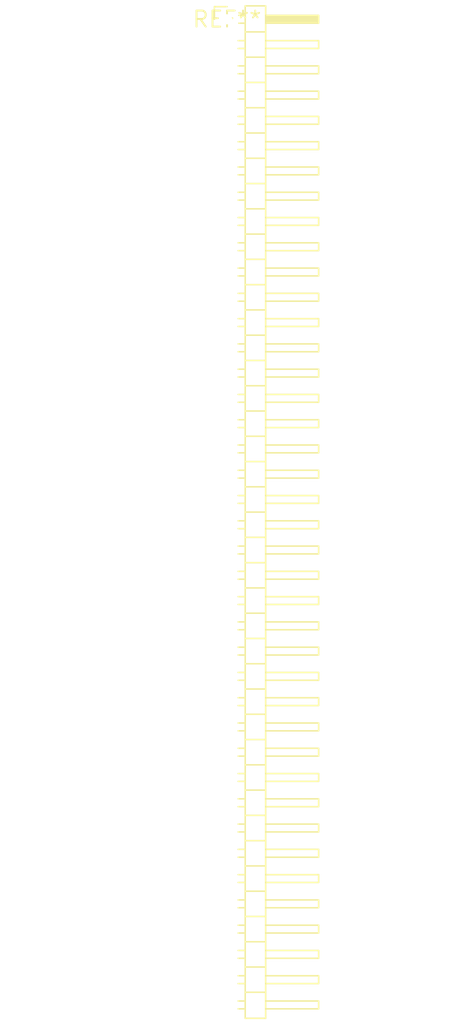
<source format=kicad_pcb>
(kicad_pcb (version 20240108) (generator pcbnew)
  (layers (0 "F.Cu" signal) (31 "B.Cu" signal) (34 "B.Paste" user) (35 "F.Paste" user) (36 "B.SilkS" user "B.Silkscreen") (37 "F.SilkS" user "F.Silkscreen") (38 "B.Mask" user) (39 "F.Mask" user) (44 "Edge.Cuts" user))
  (net 0 "")
  (footprint "PinHeader_1x40_P2.00mm_Horizontal" (layer "F.Cu") (at 0 0)
    (property "Reference" "REF**")
    (property "Value" "PinHeader_1x40_P2.00mm_Horizontal")
    (fp_line (start -1 -1) (end 0 -1) (layer "F.SilkS") (stroke (width 0.12)))
    (fp_line (start -1 0) (end -1 -1) (layer "F.SilkS") (stroke (width 0.12)))
    (fp_line (start 0.882114 1.69) (end 1.44 1.69) (layer "F.SilkS") (stroke (width 0.12)))
    (fp_line (start 0.882114 2.31) (end 1.44 2.31) (layer "F.SilkS") (stroke (width 0.12)))
    (fp_line (start 0.882114 3.69) (end 1.44 3.69) (layer "F.SilkS") (stroke (width 0.12)))
    (fp_line (start 0.882114 4.31) (end 1.44 4.31) (layer "F.SilkS") (stroke (width 0.12)))
    (fp_line (start 0.882114 5.69) (end 1.44 5.69) (layer "F.SilkS") (stroke (width 0.12)))
    (fp_line (start 0.882114 6.31) (end 1.44 6.31) (layer "F.SilkS") (stroke (width 0.12)))
    (fp_line (start 0.882114 7.69) (end 1.44 7.69) (layer "F.SilkS") (stroke (width 0.12)))
    (fp_line (start 0.882114 8.31) (end 1.44 8.31) (layer "F.SilkS") (stroke (width 0.12)))
    (fp_line (start 0.882114 9.69) (end 1.44 9.69) (layer "F.SilkS") (stroke (width 0.12)))
    (fp_line (start 0.882114 10.31) (end 1.44 10.31) (layer "F.SilkS") (stroke (width 0.12)))
    (fp_line (start 0.882114 11.69) (end 1.44 11.69) (layer "F.SilkS") (stroke (width 0.12)))
    (fp_line (start 0.882114 12.31) (end 1.44 12.31) (layer "F.SilkS") (stroke (width 0.12)))
    (fp_line (start 0.882114 13.69) (end 1.44 13.69) (layer "F.SilkS") (stroke (width 0.12)))
    (fp_line (start 0.882114 14.31) (end 1.44 14.31) (layer "F.SilkS") (stroke (width 0.12)))
    (fp_line (start 0.882114 15.69) (end 1.44 15.69) (layer "F.SilkS") (stroke (width 0.12)))
    (fp_line (start 0.882114 16.31) (end 1.44 16.31) (layer "F.SilkS") (stroke (width 0.12)))
    (fp_line (start 0.882114 17.69) (end 1.44 17.69) (layer "F.SilkS") (stroke (width 0.12)))
    (fp_line (start 0.882114 18.31) (end 1.44 18.31) (layer "F.SilkS") (stroke (width 0.12)))
    (fp_line (start 0.882114 19.69) (end 1.44 19.69) (layer "F.SilkS") (stroke (width 0.12)))
    (fp_line (start 0.882114 20.31) (end 1.44 20.31) (layer "F.SilkS") (stroke (width 0.12)))
    (fp_line (start 0.882114 21.69) (end 1.44 21.69) (layer "F.SilkS") (stroke (width 0.12)))
    (fp_line (start 0.882114 22.31) (end 1.44 22.31) (layer "F.SilkS") (stroke (width 0.12)))
    (fp_line (start 0.882114 23.69) (end 1.44 23.69) (layer "F.SilkS") (stroke (width 0.12)))
    (fp_line (start 0.882114 24.31) (end 1.44 24.31) (layer "F.SilkS") (stroke (width 0.12)))
    (fp_line (start 0.882114 25.69) (end 1.44 25.69) (layer "F.SilkS") (stroke (width 0.12)))
    (fp_line (start 0.882114 26.31) (end 1.44 26.31) (layer "F.SilkS") (stroke (width 0.12)))
    (fp_line (start 0.882114 27.69) (end 1.44 27.69) (layer "F.SilkS") (stroke (width 0.12)))
    (fp_line (start 0.882114 28.31) (end 1.44 28.31) (layer "F.SilkS") (stroke (width 0.12)))
    (fp_line (start 0.882114 29.69) (end 1.44 29.69) (layer "F.SilkS") (stroke (width 0.12)))
    (fp_line (start 0.882114 30.31) (end 1.44 30.31) (layer "F.SilkS") (stroke (width 0.12)))
    (fp_line (start 0.882114 31.69) (end 1.44 31.69) (layer "F.SilkS") (stroke (width 0.12)))
    (fp_line (start 0.882114 32.31) (end 1.44 32.31) (layer "F.SilkS") (stroke (width 0.12)))
    (fp_line (start 0.882114 33.69) (end 1.44 33.69) (layer "F.SilkS") (stroke (width 0.12)))
    (fp_line (start 0.882114 34.31) (end 1.44 34.31) (layer "F.SilkS") (stroke (width 0.12)))
    (fp_line (start 0.882114 35.69) (end 1.44 35.69) (layer "F.SilkS") (stroke (width 0.12)))
    (fp_line (start 0.882114 36.31) (end 1.44 36.31) (layer "F.SilkS") (stroke (width 0.12)))
    (fp_line (start 0.882114 37.69) (end 1.44 37.69) (layer "F.SilkS") (stroke (width 0.12)))
    (fp_line (start 0.882114 38.31) (end 1.44 38.31) (layer "F.SilkS") (stroke (width 0.12)))
    (fp_line (start 0.882114 39.69) (end 1.44 39.69) (layer "F.SilkS") (stroke (width 0.12)))
    (fp_line (start 0.882114 40.31) (end 1.44 40.31) (layer "F.SilkS") (stroke (width 0.12)))
    (fp_line (start 0.882114 41.69) (end 1.44 41.69) (layer "F.SilkS") (stroke (width 0.12)))
    (fp_line (start 0.882114 42.31) (end 1.44 42.31) (layer "F.SilkS") (stroke (width 0.12)))
    (fp_line (start 0.882114 43.69) (end 1.44 43.69) (layer "F.SilkS") (stroke (width 0.12)))
    (fp_line (start 0.882114 44.31) (end 1.44 44.31) (layer "F.SilkS") (stroke (width 0.12)))
    (fp_line (start 0.882114 45.69) (end 1.44 45.69) (layer "F.SilkS") (stroke (width 0.12)))
    (fp_line (start 0.882114 46.31) (end 1.44 46.31) (layer "F.SilkS") (stroke (width 0.12)))
    (fp_line (start 0.882114 47.69) (end 1.44 47.69) (layer "F.SilkS") (stroke (width 0.12)))
    (fp_line (start 0.882114 48.31) (end 1.44 48.31) (layer "F.SilkS") (stroke (width 0.12)))
    (fp_line (start 0.882114 49.69) (end 1.44 49.69) (layer "F.SilkS") (stroke (width 0.12)))
    (fp_line (start 0.882114 50.31) (end 1.44 50.31) (layer "F.SilkS") (stroke (width 0.12)))
    (fp_line (start 0.882114 51.69) (end 1.44 51.69) (layer "F.SilkS") (stroke (width 0.12)))
    (fp_line (start 0.882114 52.31) (end 1.44 52.31) (layer "F.SilkS") (stroke (width 0.12)))
    (fp_line (start 0.882114 53.69) (end 1.44 53.69) (layer "F.SilkS") (stroke (width 0.12)))
    (fp_line (start 0.882114 54.31) (end 1.44 54.31) (layer "F.SilkS") (stroke (width 0.12)))
    (fp_line (start 0.882114 55.69) (end 1.44 55.69) (layer "F.SilkS") (stroke (width 0.12)))
    (fp_line (start 0.882114 56.31) (end 1.44 56.31) (layer "F.SilkS") (stroke (width 0.12)))
    (fp_line (start 0.882114 57.69) (end 1.44 57.69) (layer "F.SilkS") (stroke (width 0.12)))
    (fp_line (start 0.882114 58.31) (end 1.44 58.31) (layer "F.SilkS") (stroke (width 0.12)))
    (fp_line (start 0.882114 59.69) (end 1.44 59.69) (layer "F.SilkS") (stroke (width 0.12)))
    (fp_line (start 0.882114 60.31) (end 1.44 60.31) (layer "F.SilkS") (stroke (width 0.12)))
    (fp_line (start 0.882114 61.69) (end 1.44 61.69) (layer "F.SilkS") (stroke (width 0.12)))
    (fp_line (start 0.882114 62.31) (end 1.44 62.31) (layer "F.SilkS") (stroke (width 0.12)))
    (fp_line (start 0.882114 63.69) (end 1.44 63.69) (layer "F.SilkS") (stroke (width 0.12)))
    (fp_line (start 0.882114 64.31) (end 1.44 64.31) (layer "F.SilkS") (stroke (width 0.12)))
    (fp_line (start 0.882114 65.69) (end 1.44 65.69) (layer "F.SilkS") (stroke (width 0.12)))
    (fp_line (start 0.882114 66.31) (end 1.44 66.31) (layer "F.SilkS") (stroke (width 0.12)))
    (fp_line (start 0.882114 67.69) (end 1.44 67.69) (layer "F.SilkS") (stroke (width 0.12)))
    (fp_line (start 0.882114 68.31) (end 1.44 68.31) (layer "F.SilkS") (stroke (width 0.12)))
    (fp_line (start 0.882114 69.69) (end 1.44 69.69) (layer "F.SilkS") (stroke (width 0.12)))
    (fp_line (start 0.882114 70.31) (end 1.44 70.31) (layer "F.SilkS") (stroke (width 0.12)))
    (fp_line (start 0.882114 71.69) (end 1.44 71.69) (layer "F.SilkS") (stroke (width 0.12)))
    (fp_line (start 0.882114 72.31) (end 1.44 72.31) (layer "F.SilkS") (stroke (width 0.12)))
    (fp_line (start 0.882114 73.69) (end 1.44 73.69) (layer "F.SilkS") (stroke (width 0.12)))
    (fp_line (start 0.882114 74.31) (end 1.44 74.31) (layer "F.SilkS") (stroke (width 0.12)))
    (fp_line (start 0.882114 75.69) (end 1.44 75.69) (layer "F.SilkS") (stroke (width 0.12)))
    (fp_line (start 0.882114 76.31) (end 1.44 76.31) (layer "F.SilkS") (stroke (width 0.12)))
    (fp_line (start 0.882114 77.69) (end 1.44 77.69) (layer "F.SilkS") (stroke (width 0.12)))
    (fp_line (start 0.882114 78.31) (end 1.44 78.31) (layer "F.SilkS") (stroke (width 0.12)))
    (fp_line (start 0.935 -0.31) (end 1.44 -0.31) (layer "F.SilkS") (stroke (width 0.12)))
    (fp_line (start 0.935 0.31) (end 1.44 0.31) (layer "F.SilkS") (stroke (width 0.12)))
    (fp_line (start 1.44 -1.06) (end 1.44 79.06) (layer "F.SilkS") (stroke (width 0.12)))
    (fp_line (start 1.44 1) (end 3.06 1) (layer "F.SilkS") (stroke (width 0.12)))
    (fp_line (start 1.44 3) (end 3.06 3) (layer "F.SilkS") (stroke (width 0.12)))
    (fp_line (start 1.44 5) (end 3.06 5) (layer "F.SilkS") (stroke (width 0.12)))
    (fp_line (start 1.44 7) (end 3.06 7) (layer "F.SilkS") (stroke (width 0.12)))
    (fp_line (start 1.44 9) (end 3.06 9) (layer "F.SilkS") (stroke (width 0.12)))
    (fp_line (start 1.44 11) (end 3.06 11) (layer "F.SilkS") (stroke (width 0.12)))
    (fp_line (start 1.44 13) (end 3.06 13) (layer "F.SilkS") (stroke (width 0.12)))
    (fp_line (start 1.44 15) (end 3.06 15) (layer "F.SilkS") (stroke (width 0.12)))
    (fp_line (start 1.44 17) (end 3.06 17) (layer "F.SilkS") (stroke (width 0.12)))
    (fp_line (start 1.44 19) (end 3.06 19) (layer "F.SilkS") (stroke (width 0.12)))
    (fp_line (start 1.44 21) (end 3.06 21) (layer "F.SilkS") (stroke (width 0.12)))
    (fp_line (start 1.44 23) (end 3.06 23) (layer "F.SilkS") (stroke (width 0.12)))
    (fp_line (start 1.44 25) (end 3.06 25) (layer "F.SilkS") (stroke (width 0.12)))
    (fp_line (start 1.44 27) (end 3.06 27) (layer "F.SilkS") (stroke (width 0.12)))
    (fp_line (start 1.44 29) (end 3.06 29) (layer "F.SilkS") (stroke (width 0.12)))
    (fp_line (start 1.44 31) (end 3.06 31) (layer "F.SilkS") (stroke (width 0.12)))
    (fp_line (start 1.44 33) (end 3.06 33) (layer "F.SilkS") (stroke (width 0.12)))
    (fp_line (start 1.44 35) (end 3.06 35) (layer "F.SilkS") (stroke (width 0.12)))
    (fp_line (start 1.44 37) (end 3.06 37) (layer "F.SilkS") (stroke (width 0.12)))
    (fp_line (start 1.44 39) (end 3.06 39) (layer "F.SilkS") (stroke (width 0.12)))
    (fp_line (start 1.44 41) (end 3.06 41) (layer "F.SilkS") (stroke (width 0.12)))
    (fp_line (start 1.44 43) (end 3.06 43) (layer "F.SilkS") (stroke (width 0.12)))
    (fp_line (start 1.44 45) (end 3.06 45) (layer "F.SilkS") (stroke (width 0.12)))
    (fp_line (start 1.44 47) (end 3.06 47) (layer "F.SilkS") (stroke (width 0.12)))
    (fp_line (start 1.44 49) (end 3.06 49) (layer "F.SilkS") (stroke (width 0.12)))
    (fp_line (start 1.44 51) (end 3.06 51) (layer "F.SilkS") (stroke (width 0.12)))
    (fp_line (start 1.44 53) (end 3.06 53) (layer "F.SilkS") (stroke (width 0.12)))
    (fp_line (start 1.44 55) (end 3.06 55) (layer "F.SilkS") (stroke (width 0.12)))
    (fp_line (start 1.44 57) (end 3.06 57) (layer "F.SilkS") (stroke (width 0.12)))
    (fp_line (start 1.44 59) (end 3.06 59) (layer "F.SilkS") (stroke (width 0.12)))
    (fp_line (start 1.44 61) (end 3.06 61) (layer "F.SilkS") (stroke (width 0.12)))
    (fp_line (start 1.44 63) (end 3.06 63) (layer "F.SilkS") (stroke (width 0.12)))
    (fp_line (start 1.44 65) (end 3.06 65) (layer "F.SilkS") (stroke (width 0.12)))
    (fp_line (start 1.44 67) (end 3.06 67) (layer "F.SilkS") (stroke (width 0.12)))
    (fp_line (start 1.44 69) (end 3.06 69) (layer "F.SilkS") (stroke (width 0.12)))
    (fp_line (start 1.44 71) (end 3.06 71) (layer "F.SilkS") (stroke (width 0.12)))
    (fp_line (start 1.44 73) (end 3.06 73) (layer "F.SilkS") (stroke (width 0.12)))
    (fp_line (start 1.44 75) (end 3.06 75) (layer "F.SilkS") (stroke (width 0.12)))
    (fp_line (start 1.44 77) (end 3.06 77) (layer "F.SilkS") (stroke (width 0.12)))
    (fp_line (start 1.44 79.06) (end 3.06 79.06) (layer "F.SilkS") (stroke (width 0.12)))
    (fp_line (start 3.06 -1.06) (end 1.44 -1.06) (layer "F.SilkS") (stroke (width 0.12)))
    (fp_line (start 3.06 -0.31) (end 7.26 -0.31) (layer "F.SilkS") (stroke (width 0.12)))
    (fp_line (start 3.06 -0.25) (end 7.26 -0.25) (layer "F.SilkS") (stroke (width 0.12)))
    (fp_line (start 3.06 -0.13) (end 7.26 -0.13) (layer "F.SilkS") (stroke (width 0.12)))
    (fp_line (start 3.06 -0.01) (end 7.26 -0.01) (layer "F.SilkS") (stroke (width 0.12)))
    (fp_line (start 3.06 0.11) (end 7.26 0.11) (layer "F.SilkS") (stroke (width 0.12)))
    (fp_line (start 3.06 0.23) (end 7.26 0.23) (layer "F.SilkS") (stroke (width 0.12)))
    (fp_line (start 3.06 1.69) (end 7.26 1.69) (layer "F.SilkS") (stroke (width 0.12)))
    (fp_line (start 3.06 3.69) (end 7.26 3.69) (layer "F.SilkS") (stroke (width 0.12)))
    (fp_line (start 3.06 5.69) (end 7.26 5.69) (layer "F.SilkS") (stroke (width 0.12)))
    (fp_line (start 3.06 7.69) (end 7.26 7.69) (layer "F.SilkS") (stroke (width 0.12)))
    (fp_line (start 3.06 9.69) (end 7.26 9.69) (layer "F.SilkS") (stroke (width 0.12)))
    (fp_line (start 3.06 11.69) (end 7.26 11.69) (layer "F.SilkS") (stroke (width 0.12)))
    (fp_line (start 3.06 13.69) (end 7.26 13.69) (layer "F.SilkS") (stroke (width 0.12)))
    (fp_line (start 3.06 15.69) (end 7.26 15.69) (layer "F.SilkS") (stroke (width 0.12)))
    (fp_line (start 3.06 17.69) (end 7.26 17.69) (layer "F.SilkS") (stroke (width 0.12)))
    (fp_line (start 3.06 19.69) (end 7.26 19.69) (layer "F.SilkS") (stroke (width 0.12)))
    (fp_line (start 3.06 21.69) (end 7.26 21.69) (layer "F.SilkS") (stroke (width 0.12)))
    (fp_line (start 3.06 23.69) (end 7.26 23.69) (layer "F.SilkS") (stroke (width 0.12)))
    (fp_line (start 3.06 25.69) (end 7.26 25.69) (layer "F.SilkS") (stroke (width 0.12)))
    (fp_line (start 3.06 27.69) (end 7.26 27.69) (layer "F.SilkS") (stroke (width 0.12)))
    (fp_line (start 3.06 29.69) (end 7.26 29.69) (layer "F.SilkS") (stroke (width 0.12)))
    (fp_line (start 3.06 31.69) (end 7.26 31.69) (layer "F.SilkS") (stroke (width 0.12)))
    (fp_line (start 3.06 33.69) (end 7.26 33.69) (layer "F.SilkS") (stroke (width 0.12)))
    (fp_line (start 3.06 35.69) (end 7.26 35.69) (layer "F.SilkS") (stroke (width 0.12)))
    (fp_line (start 3.06 37.69) (end 7.26 37.69) (layer "F.SilkS") (stroke (width 0.12)))
    (fp_line (start 3.06 39.69) (end 7.26 39.69) (layer "F.SilkS") (stroke (width 0.12)))
    (fp_line (start 3.06 41.69) (end 7.26 41.69) (layer "F.SilkS") (stroke (width 0.12)))
    (fp_line (start 3.06 43.69) (end 7.26 43.69) (layer "F.SilkS") (stroke (width 0.12)))
    (fp_line (start 3.06 45.69) (end 7.26 45.69) (layer "F.SilkS") (stroke (width 0.12)))
    (fp_line (start 3.06 47.69) (end 7.26 47.69) (layer "F.SilkS") (stroke (width 0.12)))
    (fp_line (start 3.06 49.69) (end 7.26 49.69) (layer "F.SilkS") (stroke (width 0.12)))
    (fp_line (start 3.06 51.69) (end 7.26 51.69) (layer "F.SilkS") (stroke (width 0.12)))
    (fp_line (start 3.06 53.69) (end 7.26 53.69) (layer "F.SilkS") (stroke (width 0.12)))
    (fp_line (start 3.06 55.69) (end 7.26 55.69) (layer "F.SilkS") (stroke (width 0.12)))
    (fp_line (start 3.06 57.69) (end 7.26 57.69) (layer "F.SilkS") (stroke (width 0.12)))
    (fp_line (start 3.06 59.69) (end 7.26 59.69) (layer "F.SilkS") (stroke (width 0.12)))
    (fp_line (start 3.06 61.69) (end 7.26 61.69) (layer "F.SilkS") (stroke (width 0.12)))
    (fp_line (start 3.06 63.69) (end 7.26 63.69) (layer "F.SilkS") (stroke (width 0.12)))
    (fp_line (start 3.06 65.69) (end 7.26 65.69) (layer "F.SilkS") (stroke (width 0.12)))
    (fp_line (start 3.06 67.69) (end 7.26 67.69) (layer "F.SilkS") (stroke (width 0.12)))
    (fp_line (start 3.06 69.69) (end 7.26 69.69) (layer "F.SilkS") (stroke (width 0.12)))
    (fp_line (start 3.06 71.69) (end 7.26 71.69) (layer "F.SilkS") (stroke (width 0.12)))
    (fp_line (start 3.06 73.69) (end 7.26 73.69) (layer "F.SilkS") (stroke (width 0.12)))
    (fp_line (start 3.06 75.69) (end 7.26 75.69) (layer "F.SilkS") (stroke (width 0.12)))
    (fp_line (start 3.06 77.69) (end 7.26 77.69) (layer "F.SilkS") (stroke (width 0.12)))
    (fp_line (start 3.06 79.06) (end 3.06 -1.06) (layer "F.SilkS") (stroke (width 0.12)))
    (fp_line (start 7.26 -0.31) (end 7.26 0.31) (layer "F.SilkS") (stroke (width 0.12)))
    (fp_line (start 7.26 0.31) (end 3.06 0.31) (layer "F.SilkS") (stroke (width 0.12)))
    (fp_line (start 7.26 1.69) (end 7.26 2.31) (layer "F.SilkS") (stroke (width 0.12)))
    (fp_line (start 7.26 2.31) (end 3.06 2.31) (layer "F.SilkS") (stroke (width 0.12)))
    (fp_line (start 7.26 3.69) (end 7.26 4.31) (layer "F.SilkS") (stroke (width 0.12)))
    (fp_line (start 7.26 4.31) (end 3.06 4.31) (layer "F.SilkS") (stroke (width 0.12)))
    (fp_line (start 7.26 5.69) (end 7.26 6.31) (layer "F.SilkS") (stroke (width 0.12)))
    (fp_line (start 7.26 6.31) (end 3.06 6.31) (layer "F.SilkS") (stroke (width 0.12)))
    (fp_line (start 7.26 7.69) (end 7.26 8.31) (layer "F.SilkS") (stroke (width 0.12)))
    (fp_line (start 7.26 8.31) (end 3.06 8.31) (layer "F.SilkS") (stroke (width 0.12)))
    (fp_line (start 7.26 9.69) (end 7.26 10.31) (layer "F.SilkS") (stroke (width 0.12)))
    (fp_line (start 7.26 10.31) (end 3.06 10.31) (layer "F.SilkS") (stroke (width 0.12)))
    (fp_line (start 7.26 11.69) (end 7.26 12.31) (layer "F.SilkS") (stroke (width 0.12)))
    (fp_line (start 7.26 12.31) (end 3.06 12.31) (layer "F.SilkS") (stroke (width 0.12)))
    (fp_line (start 7.26 13.69) (end 7.26 14.31) (layer "F.SilkS") (stroke (width 0.12)))
    (fp_line (start 7.26 14.31) (end 3.06 14.31) (layer "F.SilkS") (stroke (width 0.12)))
    (fp_line (start 7.26 15.69) (end 7.26 16.31) (layer "F.SilkS") (stroke (width 0.12)))
    (fp_line (start 7.26 16.31) (end 3.06 16.31) (layer "F.SilkS") (stroke (width 0.12)))
    (fp_line (start 7.26 17.69) (end 7.26 18.31) (layer "F.SilkS") (stroke (width 0.12)))
    (fp_line (start 7.26 18.31) (end 3.06 18.31) (layer "F.SilkS") (stroke (width 0.12)))
    (fp_line (start 7.26 19.69) (end 7.26 20.31) (layer "F.SilkS") (stroke (width 0.12)))
    (fp_line (start 7.26 20.31) (end 3.06 20.31) (layer "F.SilkS") (stroke (width 0.12)))
    (fp_line (start 7.26 21.69) (end 7.26 22.31) (layer "F.SilkS") (stroke (width 0.12)))
    (fp_line (start 7.26 22.31) (end 3.06 22.31) (layer "F.SilkS") (stroke (width 0.12)))
    (fp_line (start 7.26 23.69) (end 7.26 24.31) (layer "F.SilkS") (stroke (width 0.12)))
    (fp_line (start 7.26 24.31) (end 3.06 24.31) (layer "F.SilkS") (stroke (width 0.12)))
    (fp_line (start 7.26 25.69) (end 7.26 26.31) (layer "F.SilkS") (stroke (width 0.12)))
    (fp_line (start 7.26 26.31) (end 3.06 26.31) (layer "F.SilkS") (stroke (width 0.12)))
    (fp_line (start 7.26 27.69) (end 7.26 28.31) (layer "F.SilkS") (stroke (width 0.12)))
    (fp_line (start 7.26 28.31) (end 3.06 28.31) (layer "F.SilkS") (stroke (width 0.12)))
    (fp_line (start 7.26 29.69) (end 7.26 30.31) (layer "F.SilkS") (stroke (width 0.12)))
    (fp_line (start 7.26 30.31) (end 3.06 30.31) (layer "F.SilkS") (stroke (width 0.12)))
    (fp_line (start 7.26 31.69) (end 7.26 32.31) (layer "F.SilkS") (stroke (width 0.12)))
    (fp_line (start 7.26 32.31) (end 3.06 32.31) (layer "F.SilkS") (stroke (width 0.12)))
    (fp_line (start 7.26 33.69) (end 7.26 34.31) (layer "F.SilkS") (stroke (width 0.12)))
    (fp_line (start 7.26 34.31) (end 3.06 34.31) (layer "F.SilkS") (stroke (width 0.12)))
    (fp_line (start 7.26 35.69) (end 7.26 36.31) (layer "F.SilkS") (stroke (width 0.12)))
    (fp_line (start 7.26 36.31) (end 3.06 36.31) (layer "F.SilkS") (stroke (width 0.12)))
    (fp_line (start 7.26 37.69) (end 7.26 38.31) (layer "F.SilkS") (stroke (width 0.12)))
    (fp_line (start 7.26 38.31) (end 3.06 38.31) (layer "F.SilkS") (stroke (width 0.12)))
    (fp_line (start 7.26 39.69) (end 7.26 40.31) (layer "F.SilkS") (stroke (width 0.12)))
    (fp_line (start 7.26 40.31) (end 3.06 40.31) (layer "F.SilkS") (stroke (width 0.12)))
    (fp_line (start 7.26 41.69) (end 7.26 42.31) (layer "F.SilkS") (stroke (width 0.12)))
    (fp_line (start 7.26 42.31) (end 3.06 42.31) (layer "F.SilkS") (stroke (width 0.12)))
    (fp_line (start 7.26 43.69) (end 7.26 44.31) (layer "F.SilkS") (stroke (width 0.12)))
    (fp_line (start 7.26 44.31) (end 3.06 44.31) (layer "F.SilkS") (stroke (width 0.12)))
    (fp_line (start 7.26 45.69) (end 7.26 46.31) (layer "F.SilkS") (stroke (width 0.12)))
    (fp_line (start 7.26 46.31) (end 3.06 46.31) (layer "F.SilkS") (stroke (width 0.12)))
    (fp_line (start 7.26 47.69) (end 7.26 48.31) (layer "F.SilkS") (stroke (width 0.12)))
    (fp_line (start 7.26 48.31) (end 3.06 48.31) (layer "F.SilkS") (stroke (width 0.12)))
    (fp_line (start 7.26 49.69) (end 7.26 50.31) (layer "F.SilkS") (stroke (width 0.12)))
    (fp_line (start 7.26 50.31) (end 3.06 50.31) (layer "F.SilkS") (stroke (width 0.12)))
    (fp_line (start 7.26 51.69) (end 7.26 52.31) (layer "F.SilkS") (stroke (width 0.12)))
    (fp_line (start 7.26 52.31) (end 3.06 52.31) (layer "F.SilkS") (stroke (width 0.12)))
    (fp_line (start 7.26 53.69) (end 7.26 54.31) (layer "F.SilkS") (stroke (width 0.12)))
    (fp_line (start 7.26 54.31) (end 3.06 54.31) (layer "F.SilkS") (stroke (width 0.12)))
    (fp_line (start 7.26 55.69) (end 7.26 56.31) (layer "F.SilkS") (stroke (width 0.12)))
    (fp_line (start 7.26 56.31) (end 3.06 56.31) (layer "F.SilkS") (stroke (width 0.12)))
    (fp_line (start 7.26 57.69) (end 7.26 58.31) (layer "F.SilkS") (stroke (width 0.12)))
    (fp_line (start 7.26 58.31) (end 3.06 58.31) (layer "F.SilkS") (stroke (width 0.12)))
    (fp_line (start 7.26 59.69) (end 7.26 60.31) (layer "F.SilkS") (stroke (width 0.12)))
    (fp_line (start 7.26 60.31) (end 3.06 60.31) (layer "F.SilkS") (stroke (width 0.12)))
    (fp_line (start 7.26 61.69) (end 7.26 62.31) (layer "F.SilkS") (stroke (width 0.12)))
    (fp_line (start 7.26 62.31) (end 3.06 62.31) (layer "F.SilkS") (stroke (width 0.12)))
    (fp_line (start 7.26 63.69) (end 7.26 64.31) (layer "F.SilkS") (stroke (width 0.12)))
    (fp_line (start 7.26 64.31) (end 3.06 64.31) (layer "F.SilkS") (stroke (width 0.12)))
    (fp_line (start 7.26 65.69) (end 7.26 66.31) (layer "F.SilkS") (stroke (width 0.12)))
    (fp_line (start 7.26 66.31) (end 3.06 66.31) (layer "F.SilkS") (stroke (width 0.12)))
    (fp_line (start 7.26 67.69) (end 7.26 68.31) (layer "F.SilkS") (stroke (width 0.12)))
    (fp_line (start 7.26 68.31) (end 3.06 68.31) (layer "F.SilkS") (stroke (width 0.12)))
    (fp_line (start 7.26 69.69) (end 7.26 70.31) (layer "F.SilkS") (stroke (width 0.12)))
    (fp_line (start 7.26 70.31) (end 3.06 70.31) (layer "F.SilkS") (stroke (width 0.12)))
    (fp_line (start 7.26 71.69) (end 7.26 72.31) (layer "F.SilkS") (stroke (width 0.12)))
    (fp_line (start 7.26 72.31) (end 3.06 72.31) (layer "F.SilkS") (stroke (width 0.12)))
    (fp_line (start 7.26 73.69) (end 7.26 74.31) (layer "F.SilkS") (stroke (width 0.12)))
    (fp_line (start 7.26 74.31) (end 3.06 74.31) (layer "F.SilkS") (stroke (width 0.12)))
    (fp_line (start 7.26 75.69) (end 7.26 76.31) (layer "F.SilkS") (stroke (width 0.12)))
    (fp_line (start 7.26 76.31) (end 3.06 76.31) (layer "F.SilkS") (stroke (width 0.12)))
    (fp_line (start 7.26 77.69) (end 7.26 78.31) (layer "F.SilkS") (stroke (width 0.12)))
    (fp_line (start 7.26 78.31) (end 3.06 78.31) (layer "F.SilkS") (stroke (width 0.12)))
    (pad "1" thru_hole rect (at 0 0) (size 1.35 1.35) (drill 0.8) (layers *.Cu *.Mask) (remove_unused_layers))
    (pad "2" thru_hole oval (at 0 2) (size 1.35 1.35) (drill 0.8) (layers *.Cu *.Mask) (remove_unused_layers))
    (pad "3" thru_hole oval (at 0 4) (size 1.35 1.35) (drill 0.8) (layers *.Cu *.Mask) (remove_unused_layers))
    (pad "4" thru_hole oval (at 0 6) (size 1.35 1.35) (drill 0.8) (layers *.Cu *.Mask) (remove_unused_layers))
    (pad "5" thru_hole oval (at 0 8) (size 1.35 1.35) (drill 0.8) (layers *.Cu *.Mask) (remove_unused_layers))
    (pad "6" thru_hole oval (at 0 10) (size 1.35 1.35) (drill 0.8) (layers *.Cu *.Mask) (remove_unused_layers))
    (pad "7" thru_hole oval (at 0 12) (size 1.35 1.35) (drill 0.8) (layers *.Cu *.Mask) (remove_unused_layers))
    (pad "8" thru_hole oval (at 0 14) (size 1.35 1.35) (drill 0.8) (layers *.Cu *.Mask) (remove_unused_layers))
    (pad "9" thru_hole oval (at 0 16) (size 1.35 1.35) (drill 0.8) (layers *.Cu *.Mask) (remove_unused_layers))
    (pad "10" thru_hole oval (at 0 18) (size 1.35 1.35) (drill 0.8) (layers *.Cu *.Mask) (remove_unused_layers))
    (pad "11" thru_hole oval (at 0 20) (size 1.35 1.35) (drill 0.8) (layers *.Cu *.Mask) (remove_unused_layers))
    (pad "12" thru_hole oval (at 0 22) (size 1.35 1.35) (drill 0.8) (layers *.Cu *.Mask) (remove_unused_layers))
    (pad "13" thru_hole oval (at 0 24) (size 1.35 1.35) (drill 0.8) (layers *.Cu *.Mask) (remove_unused_layers))
    (pad "14" thru_hole oval (at 0 26) (size 1.35 1.35) (drill 0.8) (layers *.Cu *.Mask) (remove_unused_layers))
    (pad "15" thru_hole oval (at 0 28) (size 1.35 1.35) (drill 0.8) (layers *.Cu *.Mask) (remove_unused_layers))
    (pad "16" thru_hole oval (at 0 30) (size 1.35 1.35) (drill 0.8) (layers *.Cu *.Mask) (remove_unused_layers))
    (pad "17" thru_hole oval (at 0 32) (size 1.35 1.35) (drill 0.8) (layers *.Cu *.Mask) (remove_unused_layers))
    (pad "18" thru_hole oval (at 0 34) (size 1.35 1.35) (drill 0.8) (layers *.Cu *.Mask) (remove_unused_layers))
    (pad "19" thru_hole oval (at 0 36) (size 1.35 1.35) (drill 0.8) (layers *.Cu *.Mask) (remove_unused_layers))
    (pad "20" thru_hole oval (at 0 38) (size 1.35 1.35) (drill 0.8) (layers *.Cu *.Mask) (remove_unused_layers))
    (pad "21" thru_hole oval (at 0 40) (size 1.35 1.35) (drill 0.8) (layers *.Cu *.Mask) (remove_unused_layers))
    (pad "22" thru_hole oval (at 0 42) (size 1.35 1.35) (drill 0.8) (layers *.Cu *.Mask) (remove_unused_layers))
    (pad "23" thru_hole oval (at 0 44) (size 1.35 1.35) (drill 0.8) (layers *.Cu *.Mask) (remove_unused_layers))
    (pad "24" thru_hole oval (at 0 46) (size 1.35 1.35) (drill 0.8) (layers *.Cu *.Mask) (remove_unused_layers))
    (pad "25" thru_hole oval (at 0 48) (size 1.35 1.35) (drill 0.8) (layers *.Cu *.Mask) (remove_unused_layers))
    (pad "26" thru_hole oval (at 0 50) (size 1.35 1.35) (drill 0.8) (layers *.Cu *.Mask) (remove_unused_layers))
    (pad "27" thru_hole oval (at 0 52) (size 1.35 1.35) (drill 0.8) (layers *.Cu *.Mask) (remove_unused_layers))
    (pad "28" thru_hole oval (at 0 54) (size 1.35 1.35) (drill 0.8) (layers *.Cu *.Mask) (remove_unused_layers))
    (pad "29" thru_hole oval (at 0 56) (size 1.35 1.35) (drill 0.8) (layers *.Cu *.Mask) (remove_unused_layers))
    (pad "30" thru_hole oval (at 0 58) (size 1.35 1.35) (drill 0.8) (layers *.Cu *.Mask) (remove_unused_layers))
    (pad "31" thru_hole oval (at 0 60) (size 1.35 1.35) (drill 0.8) (layers *.Cu *.Mask) (remove_unused_layers))
    (pad "32" thru_hole oval (at 0 62) (size 1.35 1.35) (drill 0.8) (layers *.Cu *.Mask) (remove_unused_layers))
    (pad "33" thru_hole oval (at 0 64) (size 1.35 1.35) (drill 0.8) (layers *.Cu *.Mask) (remove_unused_layers))
    (pad "34" thru_hole oval (at 0 66) (size 1.35 1.35) (drill 0.8) (layers *.Cu *.Mask) (remove_unused_layers))
    (pad "35" thru_hole oval (at 0 68) (size 1.35 1.35) (drill 0.8) (layers *.Cu *.Mask) (remove_unused_layers))
    (pad "36" thru_hole oval (at 0 70) (size 1.35 1.35) (drill 0.8) (layers *.Cu *.Mask) (remove_unused_layers))
    (pad "37" thru_hole oval (at 0 72) (size 1.35 1.35) (drill 0.8) (layers *.Cu *.Mask) (remove_unused_layers))
    (pad "38" thru_hole oval (at 0 74) (size 1.35 1.35) (drill 0.8) (layers *.Cu *.Mask) (remove_unused_layers))
    (pad "39" thru_hole oval (at 0 76) (size 1.35 1.35) (drill 0.8) (layers *.Cu *.Mask) (remove_unused_layers))
    (pad "40" thru_hole oval (at 0 78) (size 1.35 1.35) (drill 0.8) (layers *.Cu *.Mask) (remove_unused_layers))
  )
)
</source>
